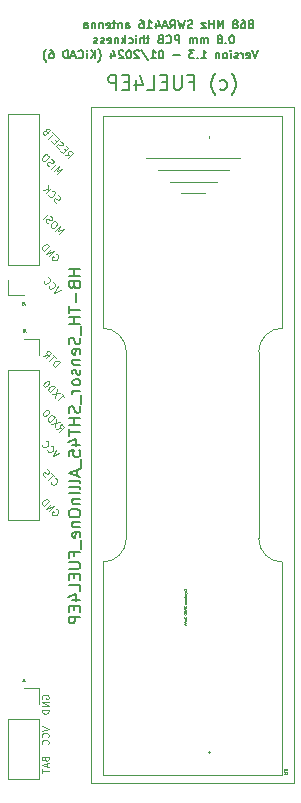
<source format=gbr>
%TF.GenerationSoftware,KiCad,Pcbnew,6.0.11-2627ca5db0~126~ubuntu22.04.1*%
%TF.CreationDate,2024-01-21T15:51:19+01:00*%
%TF.ProjectId,HB_TH_Sensor_SHT45_AllInOne_FUEL4EP,48425f54-485f-4536-956e-736f725f5348,1.3*%
%TF.SameCoordinates,Original*%
%TF.FileFunction,Legend,Bot*%
%TF.FilePolarity,Positive*%
%FSLAX46Y46*%
G04 Gerber Fmt 4.6, Leading zero omitted, Abs format (unit mm)*
G04 Created by KiCad (PCBNEW 6.0.11-2627ca5db0~126~ubuntu22.04.1) date 2024-01-21 15:51:19*
%MOMM*%
%LPD*%
G01*
G04 APERTURE LIST*
%ADD10C,0.100000*%
%ADD11C,0.150000*%
%ADD12C,0.175000*%
%ADD13C,0.200000*%
%ADD14C,0.050000*%
%ADD15C,0.120000*%
%ADD16R,2.500000X2.500000*%
%ADD17C,2.640000*%
%ADD18R,2.000000X2.000000*%
%ADD19C,2.000000*%
%ADD20R,1.700000X1.700000*%
%ADD21O,1.700000X1.700000*%
G04 APERTURE END LIST*
D10*
X4792771Y47020370D02*
X5217035Y47444634D01*
X4772568Y47283009D01*
X4934193Y47727477D01*
X4509928Y47303213D01*
X4651350Y48010319D02*
X4570538Y48091132D01*
X4509928Y48111335D01*
X4429116Y48111335D01*
X4328101Y48050725D01*
X4186680Y47909304D01*
X4126071Y47808289D01*
X4126071Y47727477D01*
X4146274Y47666867D01*
X4227086Y47586055D01*
X4287695Y47565852D01*
X4368507Y47565852D01*
X4469522Y47626461D01*
X4610944Y47767883D01*
X4671553Y47868898D01*
X4671553Y47949710D01*
X4651350Y48010319D01*
X3903837Y47949710D02*
X3823025Y47990116D01*
X3722009Y48091132D01*
X3701806Y48151741D01*
X3701806Y48192147D01*
X3722009Y48252756D01*
X3762416Y48293162D01*
X3823025Y48313365D01*
X3863431Y48313365D01*
X3924040Y48293162D01*
X4025055Y48232553D01*
X4085664Y48212350D01*
X4126071Y48212350D01*
X4186680Y48232553D01*
X4227086Y48272959D01*
X4247289Y48333568D01*
X4247289Y48373974D01*
X4227086Y48434583D01*
X4126071Y48535599D01*
X4045258Y48576005D01*
X3459370Y48353771D02*
X3883634Y48778035D01*
D11*
X19482666Y63883333D02*
X19416000Y63883333D01*
X19349333Y63850000D01*
X19316000Y63816666D01*
X19282666Y63750000D01*
X19249333Y63616666D01*
X19249333Y63450000D01*
X19282666Y63316666D01*
X19316000Y63250000D01*
X19349333Y63216666D01*
X19416000Y63183333D01*
X19482666Y63183333D01*
X19549333Y63216666D01*
X19582666Y63250000D01*
X19616000Y63316666D01*
X19649333Y63450000D01*
X19649333Y63616666D01*
X19616000Y63750000D01*
X19582666Y63816666D01*
X19549333Y63850000D01*
X19482666Y63883333D01*
X18949333Y63250000D02*
X18916000Y63216666D01*
X18949333Y63183333D01*
X18982666Y63216666D01*
X18949333Y63250000D01*
X18949333Y63183333D01*
X18516000Y63583333D02*
X18582666Y63616666D01*
X18616000Y63650000D01*
X18649333Y63716666D01*
X18649333Y63750000D01*
X18616000Y63816666D01*
X18582666Y63850000D01*
X18516000Y63883333D01*
X18382666Y63883333D01*
X18316000Y63850000D01*
X18282666Y63816666D01*
X18249333Y63750000D01*
X18249333Y63716666D01*
X18282666Y63650000D01*
X18316000Y63616666D01*
X18382666Y63583333D01*
X18516000Y63583333D01*
X18582666Y63550000D01*
X18616000Y63516666D01*
X18649333Y63450000D01*
X18649333Y63316666D01*
X18616000Y63250000D01*
X18582666Y63216666D01*
X18516000Y63183333D01*
X18382666Y63183333D01*
X18316000Y63216666D01*
X18282666Y63250000D01*
X18249333Y63316666D01*
X18249333Y63450000D01*
X18282666Y63516666D01*
X18316000Y63550000D01*
X18382666Y63583333D01*
X17416000Y63183333D02*
X17416000Y63650000D01*
X17416000Y63583333D02*
X17382666Y63616666D01*
X17316000Y63650000D01*
X17216000Y63650000D01*
X17149333Y63616666D01*
X17116000Y63550000D01*
X17116000Y63183333D01*
X17116000Y63550000D02*
X17082666Y63616666D01*
X17016000Y63650000D01*
X16916000Y63650000D01*
X16849333Y63616666D01*
X16816000Y63550000D01*
X16816000Y63183333D01*
X16482666Y63183333D02*
X16482666Y63650000D01*
X16482666Y63583333D02*
X16449333Y63616666D01*
X16382666Y63650000D01*
X16282666Y63650000D01*
X16216000Y63616666D01*
X16182666Y63550000D01*
X16182666Y63183333D01*
X16182666Y63550000D02*
X16149333Y63616666D01*
X16082666Y63650000D01*
X15982666Y63650000D01*
X15916000Y63616666D01*
X15882666Y63550000D01*
X15882666Y63183333D01*
X15016000Y63183333D02*
X15016000Y63883333D01*
X14749333Y63883333D01*
X14682666Y63850000D01*
X14649333Y63816666D01*
X14616000Y63750000D01*
X14616000Y63650000D01*
X14649333Y63583333D01*
X14682666Y63550000D01*
X14749333Y63516666D01*
X15016000Y63516666D01*
X13916000Y63250000D02*
X13949333Y63216666D01*
X14049333Y63183333D01*
X14116000Y63183333D01*
X14216000Y63216666D01*
X14282666Y63283333D01*
X14316000Y63350000D01*
X14349333Y63483333D01*
X14349333Y63583333D01*
X14316000Y63716666D01*
X14282666Y63783333D01*
X14216000Y63850000D01*
X14116000Y63883333D01*
X14049333Y63883333D01*
X13949333Y63850000D01*
X13916000Y63816666D01*
X13382666Y63550000D02*
X13282666Y63516666D01*
X13249333Y63483333D01*
X13216000Y63416666D01*
X13216000Y63316666D01*
X13249333Y63250000D01*
X13282666Y63216666D01*
X13349333Y63183333D01*
X13616000Y63183333D01*
X13616000Y63883333D01*
X13382666Y63883333D01*
X13316000Y63850000D01*
X13282666Y63816666D01*
X13249333Y63750000D01*
X13249333Y63683333D01*
X13282666Y63616666D01*
X13316000Y63583333D01*
X13382666Y63550000D01*
X13616000Y63550000D01*
X12482666Y63650000D02*
X12216000Y63650000D01*
X12382666Y63883333D02*
X12382666Y63283333D01*
X12349333Y63216666D01*
X12282666Y63183333D01*
X12216000Y63183333D01*
X11982666Y63183333D02*
X11982666Y63883333D01*
X11682666Y63183333D02*
X11682666Y63550000D01*
X11716000Y63616666D01*
X11782666Y63650000D01*
X11882666Y63650000D01*
X11949333Y63616666D01*
X11982666Y63583333D01*
X11349333Y63183333D02*
X11349333Y63650000D01*
X11349333Y63883333D02*
X11382666Y63850000D01*
X11349333Y63816666D01*
X11316000Y63850000D01*
X11349333Y63883333D01*
X11349333Y63816666D01*
X10716000Y63216666D02*
X10782666Y63183333D01*
X10916000Y63183333D01*
X10982666Y63216666D01*
X11016000Y63250000D01*
X11049333Y63316666D01*
X11049333Y63516666D01*
X11016000Y63583333D01*
X10982666Y63616666D01*
X10916000Y63650000D01*
X10782666Y63650000D01*
X10716000Y63616666D01*
X10416000Y63183333D02*
X10416000Y63883333D01*
X10349333Y63450000D02*
X10149333Y63183333D01*
X10149333Y63650000D02*
X10416000Y63383333D01*
X9849333Y63650000D02*
X9849333Y63183333D01*
X9849333Y63583333D02*
X9816000Y63616666D01*
X9749333Y63650000D01*
X9649333Y63650000D01*
X9582666Y63616666D01*
X9549333Y63550000D01*
X9549333Y63183333D01*
X8949333Y63216666D02*
X9016000Y63183333D01*
X9149333Y63183333D01*
X9216000Y63216666D01*
X9249333Y63283333D01*
X9249333Y63550000D01*
X9216000Y63616666D01*
X9149333Y63650000D01*
X9016000Y63650000D01*
X8949333Y63616666D01*
X8916000Y63550000D01*
X8916000Y63483333D01*
X9249333Y63416666D01*
X8649333Y63216666D02*
X8582666Y63183333D01*
X8449333Y63183333D01*
X8382666Y63216666D01*
X8349333Y63283333D01*
X8349333Y63316666D01*
X8382666Y63383333D01*
X8449333Y63416666D01*
X8549333Y63416666D01*
X8616000Y63450000D01*
X8649333Y63516666D01*
X8649333Y63550000D01*
X8616000Y63616666D01*
X8549333Y63650000D01*
X8449333Y63650000D01*
X8382666Y63616666D01*
X8082666Y63216666D02*
X8016000Y63183333D01*
X7882666Y63183333D01*
X7816000Y63216666D01*
X7782666Y63283333D01*
X7782666Y63316666D01*
X7816000Y63383333D01*
X7882666Y63416666D01*
X7982666Y63416666D01*
X8049333Y63450000D01*
X8082666Y63516666D01*
X8082666Y63550000D01*
X8049333Y63616666D01*
X7982666Y63650000D01*
X7882666Y63650000D01*
X7816000Y63616666D01*
D12*
X21663583Y62613333D02*
X21430250Y61913333D01*
X21196916Y62613333D01*
X20696916Y61946666D02*
X20763583Y61913333D01*
X20896916Y61913333D01*
X20963583Y61946666D01*
X20996916Y62013333D01*
X20996916Y62280000D01*
X20963583Y62346666D01*
X20896916Y62380000D01*
X20763583Y62380000D01*
X20696916Y62346666D01*
X20663583Y62280000D01*
X20663583Y62213333D01*
X20996916Y62146666D01*
X20363583Y61913333D02*
X20363583Y62380000D01*
X20363583Y62246666D02*
X20330250Y62313333D01*
X20296916Y62346666D01*
X20230250Y62380000D01*
X20163583Y62380000D01*
X19963583Y61946666D02*
X19896916Y61913333D01*
X19763583Y61913333D01*
X19696916Y61946666D01*
X19663583Y62013333D01*
X19663583Y62046666D01*
X19696916Y62113333D01*
X19763583Y62146666D01*
X19863583Y62146666D01*
X19930250Y62180000D01*
X19963583Y62246666D01*
X19963583Y62280000D01*
X19930250Y62346666D01*
X19863583Y62380000D01*
X19763583Y62380000D01*
X19696916Y62346666D01*
X19363583Y61913333D02*
X19363583Y62380000D01*
X19363583Y62613333D02*
X19396916Y62580000D01*
X19363583Y62546666D01*
X19330250Y62580000D01*
X19363583Y62613333D01*
X19363583Y62546666D01*
X18930250Y61913333D02*
X18996916Y61946666D01*
X19030250Y61980000D01*
X19063583Y62046666D01*
X19063583Y62246666D01*
X19030250Y62313333D01*
X18996916Y62346666D01*
X18930250Y62380000D01*
X18830250Y62380000D01*
X18763583Y62346666D01*
X18730250Y62313333D01*
X18696916Y62246666D01*
X18696916Y62046666D01*
X18730250Y61980000D01*
X18763583Y61946666D01*
X18830250Y61913333D01*
X18930250Y61913333D01*
X18396916Y62380000D02*
X18396916Y61913333D01*
X18396916Y62313333D02*
X18363583Y62346666D01*
X18296916Y62380000D01*
X18196916Y62380000D01*
X18130250Y62346666D01*
X18096916Y62280000D01*
X18096916Y61913333D01*
X16863583Y61913333D02*
X17263583Y61913333D01*
X17063583Y61913333D02*
X17063583Y62613333D01*
X17130250Y62513333D01*
X17196916Y62446666D01*
X17263583Y62413333D01*
X16563583Y61980000D02*
X16530249Y61946666D01*
X16563583Y61913333D01*
X16596916Y61946666D01*
X16563583Y61980000D01*
X16563583Y61913333D01*
X16296916Y62613333D02*
X15863583Y62613333D01*
X16096916Y62346666D01*
X15996916Y62346666D01*
X15930249Y62313333D01*
X15896916Y62280000D01*
X15863583Y62213333D01*
X15863583Y62046666D01*
X15896916Y61980000D01*
X15930249Y61946666D01*
X15996916Y61913333D01*
X16196916Y61913333D01*
X16263583Y61946666D01*
X16296916Y61980000D01*
X15030249Y62180000D02*
X14496916Y62180000D01*
X13496916Y62613333D02*
X13430249Y62613333D01*
X13363583Y62580000D01*
X13330249Y62546666D01*
X13296916Y62480000D01*
X13263583Y62346666D01*
X13263583Y62180000D01*
X13296916Y62046666D01*
X13330249Y61980000D01*
X13363583Y61946666D01*
X13430249Y61913333D01*
X13496916Y61913333D01*
X13563583Y61946666D01*
X13596916Y61980000D01*
X13630249Y62046666D01*
X13663583Y62180000D01*
X13663583Y62346666D01*
X13630249Y62480000D01*
X13596916Y62546666D01*
X13563583Y62580000D01*
X13496916Y62613333D01*
X12596916Y61913333D02*
X12996916Y61913333D01*
X12796916Y61913333D02*
X12796916Y62613333D01*
X12863583Y62513333D01*
X12930249Y62446666D01*
X12996916Y62413333D01*
X11796916Y62646666D02*
X12396916Y61746666D01*
X11596916Y62546666D02*
X11563583Y62580000D01*
X11496916Y62613333D01*
X11330250Y62613333D01*
X11263583Y62580000D01*
X11230250Y62546666D01*
X11196916Y62480000D01*
X11196916Y62413333D01*
X11230250Y62313333D01*
X11630250Y61913333D01*
X11196916Y61913333D01*
X10763583Y62613333D02*
X10696916Y62613333D01*
X10630250Y62580000D01*
X10596916Y62546666D01*
X10563583Y62480000D01*
X10530250Y62346666D01*
X10530250Y62180000D01*
X10563583Y62046666D01*
X10596916Y61980000D01*
X10630250Y61946666D01*
X10696916Y61913333D01*
X10763583Y61913333D01*
X10830250Y61946666D01*
X10863583Y61980000D01*
X10896916Y62046666D01*
X10930250Y62180000D01*
X10930250Y62346666D01*
X10896916Y62480000D01*
X10863583Y62546666D01*
X10830250Y62580000D01*
X10763583Y62613333D01*
X10263583Y62546666D02*
X10230249Y62580000D01*
X10163583Y62613333D01*
X9996916Y62613333D01*
X9930249Y62580000D01*
X9896916Y62546666D01*
X9863583Y62480000D01*
X9863583Y62413333D01*
X9896916Y62313333D01*
X10296916Y61913333D01*
X9863583Y61913333D01*
X9263583Y62380000D02*
X9263583Y61913333D01*
X9430249Y62646666D02*
X9596916Y62146666D01*
X9163583Y62146666D01*
X8163583Y61646666D02*
X8196916Y61680000D01*
X8263583Y61780000D01*
X8296916Y61846666D01*
X8330249Y61946666D01*
X8363583Y62113333D01*
X8363583Y62246666D01*
X8330249Y62413333D01*
X8296916Y62513333D01*
X8263583Y62580000D01*
X8196916Y62680000D01*
X8163583Y62713333D01*
X7896916Y61913333D02*
X7896916Y62613333D01*
X7496916Y61913333D02*
X7796916Y62313333D01*
X7496916Y62613333D02*
X7896916Y62213333D01*
X7196916Y61913333D02*
X7196916Y62380000D01*
X7196916Y62613333D02*
X7230249Y62580000D01*
X7196916Y62546666D01*
X7163583Y62580000D01*
X7196916Y62613333D01*
X7196916Y62546666D01*
X6463583Y61980000D02*
X6496916Y61946666D01*
X6596916Y61913333D01*
X6663583Y61913333D01*
X6763583Y61946666D01*
X6830249Y62013333D01*
X6863583Y62080000D01*
X6896916Y62213333D01*
X6896916Y62313333D01*
X6863583Y62446666D01*
X6830249Y62513333D01*
X6763583Y62580000D01*
X6663583Y62613333D01*
X6596916Y62613333D01*
X6496916Y62580000D01*
X6463583Y62546666D01*
X6196916Y62113333D02*
X5863583Y62113333D01*
X6263583Y61913333D02*
X6030249Y62613333D01*
X5796916Y61913333D01*
X5563583Y61913333D02*
X5563583Y62613333D01*
X5396916Y62613333D01*
X5296916Y62580000D01*
X5230249Y62513333D01*
X5196916Y62446666D01*
X5163583Y62313333D01*
X5163583Y62213333D01*
X5196916Y62080000D01*
X5230249Y62013333D01*
X5296916Y61946666D01*
X5396916Y61913333D01*
X5563583Y61913333D01*
X4030249Y62613333D02*
X4163583Y62613333D01*
X4230250Y62580000D01*
X4263583Y62546666D01*
X4330250Y62446666D01*
X4363583Y62313333D01*
X4363583Y62046666D01*
X4330250Y61980000D01*
X4296916Y61946666D01*
X4230250Y61913333D01*
X4096916Y61913333D01*
X4030249Y61946666D01*
X3996916Y61980000D01*
X3963583Y62046666D01*
X3963583Y62213333D01*
X3996916Y62280000D01*
X4030249Y62313333D01*
X4096916Y62346666D01*
X4230250Y62346666D01*
X4296916Y62313333D01*
X4330250Y62280000D01*
X4363583Y62213333D01*
X3730249Y61646666D02*
X3696916Y61680000D01*
X3630249Y61780000D01*
X3596916Y61846666D01*
X3563583Y61946666D01*
X3530249Y62113333D01*
X3530249Y62246666D01*
X3563583Y62413333D01*
X3596916Y62513333D01*
X3630249Y62580000D01*
X3696916Y62680000D01*
X3730249Y62713333D01*
D13*
X6632380Y44081904D02*
X5632380Y44081904D01*
X6108571Y44081904D02*
X6108571Y43510476D01*
X6632380Y43510476D02*
X5632380Y43510476D01*
X6108571Y42700952D02*
X6156190Y42558095D01*
X6203809Y42510476D01*
X6299047Y42462857D01*
X6441904Y42462857D01*
X6537142Y42510476D01*
X6584761Y42558095D01*
X6632380Y42653333D01*
X6632380Y43034285D01*
X5632380Y43034285D01*
X5632380Y42700952D01*
X5680000Y42605714D01*
X5727619Y42558095D01*
X5822857Y42510476D01*
X5918095Y42510476D01*
X6013333Y42558095D01*
X6060952Y42605714D01*
X6108571Y42700952D01*
X6108571Y43034285D01*
X6251428Y42034285D02*
X6251428Y41272380D01*
X5632380Y40939047D02*
X5632380Y40367619D01*
X6632380Y40653333D02*
X5632380Y40653333D01*
X6632380Y40034285D02*
X5632380Y40034285D01*
X6108571Y40034285D02*
X6108571Y39462857D01*
X6632380Y39462857D02*
X5632380Y39462857D01*
X6727619Y39224761D02*
X6727619Y38462857D01*
X6584761Y38272380D02*
X6632380Y38129523D01*
X6632380Y37891428D01*
X6584761Y37796190D01*
X6537142Y37748571D01*
X6441904Y37700952D01*
X6346666Y37700952D01*
X6251428Y37748571D01*
X6203809Y37796190D01*
X6156190Y37891428D01*
X6108571Y38081904D01*
X6060952Y38177142D01*
X6013333Y38224761D01*
X5918095Y38272380D01*
X5822857Y38272380D01*
X5727619Y38224761D01*
X5680000Y38177142D01*
X5632380Y38081904D01*
X5632380Y37843809D01*
X5680000Y37700952D01*
X6584761Y36891428D02*
X6632380Y36986666D01*
X6632380Y37177142D01*
X6584761Y37272380D01*
X6489523Y37320000D01*
X6108571Y37320000D01*
X6013333Y37272380D01*
X5965714Y37177142D01*
X5965714Y36986666D01*
X6013333Y36891428D01*
X6108571Y36843809D01*
X6203809Y36843809D01*
X6299047Y37320000D01*
X5965714Y36415238D02*
X6632380Y36415238D01*
X6060952Y36415238D02*
X6013333Y36367619D01*
X5965714Y36272380D01*
X5965714Y36129523D01*
X6013333Y36034285D01*
X6108571Y35986666D01*
X6632380Y35986666D01*
X6584761Y35558095D02*
X6632380Y35462857D01*
X6632380Y35272380D01*
X6584761Y35177142D01*
X6489523Y35129523D01*
X6441904Y35129523D01*
X6346666Y35177142D01*
X6299047Y35272380D01*
X6299047Y35415238D01*
X6251428Y35510476D01*
X6156190Y35558095D01*
X6108571Y35558095D01*
X6013333Y35510476D01*
X5965714Y35415238D01*
X5965714Y35272380D01*
X6013333Y35177142D01*
X6632380Y34558095D02*
X6584761Y34653333D01*
X6537142Y34700952D01*
X6441904Y34748571D01*
X6156190Y34748571D01*
X6060952Y34700952D01*
X6013333Y34653333D01*
X5965714Y34558095D01*
X5965714Y34415238D01*
X6013333Y34320000D01*
X6060952Y34272380D01*
X6156190Y34224761D01*
X6441904Y34224761D01*
X6537142Y34272380D01*
X6584761Y34320000D01*
X6632380Y34415238D01*
X6632380Y34558095D01*
X6632380Y33796190D02*
X5965714Y33796190D01*
X6156190Y33796190D02*
X6060952Y33748571D01*
X6013333Y33700952D01*
X5965714Y33605714D01*
X5965714Y33510476D01*
X6727619Y33415238D02*
X6727619Y32653333D01*
X6584761Y32462857D02*
X6632380Y32320000D01*
X6632380Y32081904D01*
X6584761Y31986666D01*
X6537142Y31939047D01*
X6441904Y31891428D01*
X6346666Y31891428D01*
X6251428Y31939047D01*
X6203809Y31986666D01*
X6156190Y32081904D01*
X6108571Y32272380D01*
X6060952Y32367619D01*
X6013333Y32415238D01*
X5918095Y32462857D01*
X5822857Y32462857D01*
X5727619Y32415238D01*
X5679999Y32367619D01*
X5632380Y32272380D01*
X5632380Y32034285D01*
X5679999Y31891428D01*
X6632380Y31462857D02*
X5632380Y31462857D01*
X6108571Y31462857D02*
X6108571Y30891428D01*
X6632380Y30891428D02*
X5632380Y30891428D01*
X5632380Y30558095D02*
X5632380Y29986666D01*
X6632380Y30272380D02*
X5632380Y30272380D01*
X5965714Y29224761D02*
X6632380Y29224761D01*
X5584761Y29462857D02*
X6299047Y29700952D01*
X6299047Y29081904D01*
X5632380Y28224761D02*
X5632380Y28700952D01*
X6108571Y28748571D01*
X6060952Y28700952D01*
X6013333Y28605714D01*
X6013333Y28367619D01*
X6060952Y28272380D01*
X6108571Y28224761D01*
X6203809Y28177142D01*
X6441904Y28177142D01*
X6537142Y28224761D01*
X6584761Y28272380D01*
X6632380Y28367619D01*
X6632380Y28605714D01*
X6584761Y28700952D01*
X6537142Y28748571D01*
X6727619Y27986666D02*
X6727619Y27224761D01*
X6346666Y27034285D02*
X6346666Y26558095D01*
X6632380Y27129523D02*
X5632380Y26796190D01*
X6632380Y26462857D01*
X6632380Y25986666D02*
X6584761Y26081904D01*
X6489523Y26129523D01*
X5632380Y26129523D01*
X6632380Y25462857D02*
X6584761Y25558095D01*
X6489523Y25605714D01*
X5632380Y25605714D01*
X6632380Y25081904D02*
X5632380Y25081904D01*
X5965714Y24605714D02*
X6632380Y24605714D01*
X6060952Y24605714D02*
X6013333Y24558095D01*
X5965714Y24462857D01*
X5965714Y24320000D01*
X6013333Y24224761D01*
X6108571Y24177142D01*
X6632380Y24177142D01*
X5632380Y23510476D02*
X5632380Y23320000D01*
X5679999Y23224761D01*
X5775238Y23129523D01*
X5965714Y23081904D01*
X6299047Y23081904D01*
X6489523Y23129523D01*
X6584761Y23224761D01*
X6632380Y23320000D01*
X6632380Y23510476D01*
X6584761Y23605714D01*
X6489523Y23700952D01*
X6299047Y23748571D01*
X5965714Y23748571D01*
X5775238Y23700952D01*
X5679999Y23605714D01*
X5632380Y23510476D01*
X5965714Y22653333D02*
X6632380Y22653333D01*
X6060952Y22653333D02*
X6013333Y22605714D01*
X5965714Y22510476D01*
X5965714Y22367619D01*
X6013333Y22272380D01*
X6108571Y22224761D01*
X6632380Y22224761D01*
X6584761Y21367619D02*
X6632380Y21462857D01*
X6632380Y21653333D01*
X6584761Y21748571D01*
X6489523Y21796190D01*
X6108571Y21796190D01*
X6013333Y21748571D01*
X5965714Y21653333D01*
X5965714Y21462857D01*
X6013333Y21367619D01*
X6108571Y21320000D01*
X6203809Y21320000D01*
X6299047Y21796190D01*
X6727619Y21129523D02*
X6727619Y20367619D01*
X6108571Y19796190D02*
X6108571Y20129523D01*
X6632380Y20129523D02*
X5632380Y20129523D01*
X5632380Y19653333D01*
X5632380Y19272380D02*
X6441904Y19272380D01*
X6537142Y19224761D01*
X6584761Y19177142D01*
X6632380Y19081904D01*
X6632380Y18891428D01*
X6584761Y18796190D01*
X6537142Y18748571D01*
X6441904Y18700952D01*
X5632380Y18700952D01*
X6108571Y18224761D02*
X6108571Y17891428D01*
X6632380Y17748571D02*
X6632380Y18224761D01*
X5632380Y18224761D01*
X5632380Y17748571D01*
X6632380Y16843809D02*
X6632380Y17320000D01*
X5632380Y17320000D01*
X5965714Y16081904D02*
X6632380Y16081904D01*
X5584761Y16320000D02*
X6299047Y16558095D01*
X6299047Y15939047D01*
X6108571Y15558095D02*
X6108571Y15224761D01*
X6632380Y15081904D02*
X6632380Y15558095D01*
X5632380Y15558095D01*
X5632380Y15081904D01*
X6632380Y14653333D02*
X5632380Y14653333D01*
X5632380Y14272380D01*
X5679999Y14177142D01*
X5727619Y14129523D01*
X5822857Y14081904D01*
X5965714Y14081904D01*
X6060952Y14129523D01*
X6108571Y14177142D01*
X6156190Y14272380D01*
X6156190Y14653333D01*
D10*
X4599380Y45354883D02*
X4659990Y45334680D01*
X4720599Y45274071D01*
X4761005Y45193258D01*
X4761005Y45112446D01*
X4740802Y45051837D01*
X4680193Y44950822D01*
X4619583Y44890213D01*
X4518568Y44829603D01*
X4457959Y44809400D01*
X4377147Y44809400D01*
X4296335Y44849806D01*
X4255928Y44890213D01*
X4215522Y44971025D01*
X4215522Y45011431D01*
X4356944Y45152852D01*
X4437756Y45072040D01*
X3993289Y45152852D02*
X4417553Y45577116D01*
X3750852Y45395289D01*
X4175116Y45819553D01*
X3548822Y45597319D02*
X3973086Y46021583D01*
X3872071Y46122599D01*
X3791258Y46163005D01*
X3710446Y46163005D01*
X3649837Y46142802D01*
X3548822Y46082193D01*
X3488213Y46021583D01*
X3427603Y45920568D01*
X3407400Y45859959D01*
X3407400Y45779147D01*
X3447806Y45698335D01*
X3548822Y45597319D01*
X3354428Y5372000D02*
X3954428Y5172000D01*
X3354428Y4972000D01*
X3897285Y4429142D02*
X3925857Y4457714D01*
X3954428Y4543428D01*
X3954428Y4600571D01*
X3925857Y4686285D01*
X3868714Y4743428D01*
X3811571Y4772000D01*
X3697285Y4800571D01*
X3611571Y4800571D01*
X3497285Y4772000D01*
X3440142Y4743428D01*
X3383000Y4686285D01*
X3354428Y4600571D01*
X3354428Y4543428D01*
X3383000Y4457714D01*
X3411571Y4429142D01*
X3897285Y3829142D02*
X3925857Y3857714D01*
X3954428Y3943428D01*
X3954428Y4000571D01*
X3925857Y4086285D01*
X3868714Y4143428D01*
X3811571Y4172000D01*
X3697285Y4200571D01*
X3611571Y4200571D01*
X3497285Y4172000D01*
X3440142Y4143428D01*
X3383000Y4086285D01*
X3354428Y4000571D01*
X3354428Y3943428D01*
X3383000Y3857714D01*
X3411571Y3829142D01*
X5287746Y33276923D02*
X5045309Y33519360D01*
X4742264Y32973877D02*
X5166528Y33398142D01*
X4944294Y33620375D02*
X4237187Y33478954D01*
X4661451Y33903218D02*
X4520030Y33196111D01*
X4075563Y33640578D02*
X4499827Y34064842D01*
X4398812Y34165857D01*
X4318000Y34206264D01*
X4237187Y34206264D01*
X4176578Y34186061D01*
X4075563Y34125451D01*
X4014954Y34064842D01*
X3954345Y33963827D01*
X3934142Y33903218D01*
X3934142Y33822406D01*
X3974548Y33741593D01*
X4075563Y33640578D01*
X3994751Y34569918D02*
X3954345Y34610325D01*
X3893735Y34630528D01*
X3853329Y34630528D01*
X3792720Y34610325D01*
X3691705Y34549715D01*
X3590690Y34448700D01*
X3530081Y34347685D01*
X3509877Y34287076D01*
X3509877Y34246670D01*
X3530081Y34186061D01*
X3570487Y34145654D01*
X3631096Y34125451D01*
X3671502Y34125451D01*
X3732111Y34145654D01*
X3833126Y34206264D01*
X3934142Y34307279D01*
X3994751Y34408294D01*
X4014954Y34468903D01*
X4014954Y34509309D01*
X3994751Y34569918D01*
X4599380Y23764883D02*
X4659990Y23744680D01*
X4720599Y23684071D01*
X4761005Y23603258D01*
X4761005Y23522446D01*
X4740802Y23461837D01*
X4680193Y23360822D01*
X4619583Y23300213D01*
X4518568Y23239603D01*
X4457959Y23219400D01*
X4377147Y23219400D01*
X4296335Y23259806D01*
X4255928Y23300213D01*
X4215522Y23381025D01*
X4215522Y23421431D01*
X4356944Y23562852D01*
X4437756Y23482040D01*
X3993289Y23562852D02*
X4417553Y23987116D01*
X3750852Y23805289D01*
X4175116Y24229553D01*
X3548822Y24007319D02*
X3973086Y24431583D01*
X3872071Y24532599D01*
X3791258Y24573005D01*
X3710446Y24573005D01*
X3649837Y24552802D01*
X3548822Y24492193D01*
X3488213Y24431583D01*
X3427603Y24330568D01*
X3407400Y24269959D01*
X3407400Y24189147D01*
X3447806Y24108335D01*
X3548822Y24007319D01*
X4564756Y49701791D02*
X4483944Y49742197D01*
X4382928Y49843213D01*
X4362725Y49903822D01*
X4362725Y49944228D01*
X4382928Y50004837D01*
X4423335Y50045243D01*
X4483944Y50065446D01*
X4524350Y50065446D01*
X4584959Y50045243D01*
X4685974Y49984634D01*
X4746583Y49964431D01*
X4786990Y49964431D01*
X4847599Y49984634D01*
X4888005Y50025040D01*
X4908208Y50085649D01*
X4908208Y50126055D01*
X4888005Y50186664D01*
X4786990Y50287680D01*
X4706177Y50328086D01*
X3918258Y50388695D02*
X3918258Y50348289D01*
X3958664Y50267477D01*
X3999071Y50227071D01*
X4079883Y50186664D01*
X4160695Y50186664D01*
X4221304Y50206867D01*
X4322319Y50267477D01*
X4382928Y50328086D01*
X4443538Y50429101D01*
X4463741Y50489710D01*
X4463741Y50570522D01*
X4423335Y50651335D01*
X4382928Y50691741D01*
X4302116Y50732147D01*
X4261710Y50732147D01*
X3696025Y50530116D02*
X4120289Y50954380D01*
X3453588Y50772553D02*
X3877852Y50833162D01*
X3877852Y51196817D02*
X3877852Y50711944D01*
X4144812Y26032142D02*
X4144812Y25991735D01*
X4185218Y25910923D01*
X4225624Y25870517D01*
X4306436Y25830111D01*
X4387248Y25830111D01*
X4447857Y25850314D01*
X4548873Y25910923D01*
X4609482Y25971532D01*
X4670091Y26072548D01*
X4690294Y26133157D01*
X4690294Y26213969D01*
X4649888Y26294781D01*
X4609482Y26335187D01*
X4528670Y26375593D01*
X4488264Y26375593D01*
X4407451Y26537218D02*
X4165015Y26779654D01*
X3861969Y26234172D02*
X4286233Y26658436D01*
X3639735Y26496812D02*
X3558923Y26537218D01*
X3457908Y26638233D01*
X3437705Y26698842D01*
X3437705Y26739248D01*
X3457908Y26799857D01*
X3498314Y26840264D01*
X3558923Y26860467D01*
X3599329Y26860467D01*
X3659938Y26840264D01*
X3760954Y26779654D01*
X3821563Y26759451D01*
X3861969Y26759451D01*
X3922578Y26779654D01*
X3962984Y26820061D01*
X3983187Y26880670D01*
X3983187Y26921076D01*
X3962984Y26981685D01*
X3861969Y27082700D01*
X3781157Y27123106D01*
X3640142Y2601857D02*
X3668714Y2516142D01*
X3697285Y2487571D01*
X3754428Y2459000D01*
X3840142Y2459000D01*
X3897285Y2487571D01*
X3925857Y2516142D01*
X3954428Y2573285D01*
X3954428Y2801857D01*
X3354428Y2801857D01*
X3354428Y2601857D01*
X3383000Y2544714D01*
X3411571Y2516142D01*
X3468714Y2487571D01*
X3525857Y2487571D01*
X3583000Y2516142D01*
X3611571Y2544714D01*
X3640142Y2601857D01*
X3640142Y2801857D01*
X3783000Y2230428D02*
X3783000Y1944714D01*
X3954428Y2287571D02*
X3354428Y2087571D01*
X3954428Y1887571D01*
X3354428Y1773285D02*
X3354428Y1430428D01*
X3954428Y1601857D02*
X3354428Y1601857D01*
X4483944Y35772197D02*
X4908208Y36196461D01*
X4807193Y36297477D01*
X4726380Y36337883D01*
X4645568Y36337883D01*
X4584959Y36317680D01*
X4483944Y36257071D01*
X4423335Y36196461D01*
X4362725Y36095446D01*
X4342522Y36034837D01*
X4342522Y35954025D01*
X4382928Y35873213D01*
X4483944Y35772197D01*
X4544553Y36560116D02*
X4302116Y36802553D01*
X3999071Y36257071D02*
X4423335Y36681335D01*
X3493994Y36762147D02*
X3837446Y36822756D01*
X3736431Y36519710D02*
X4160695Y36943974D01*
X3999071Y37105599D01*
X3938461Y37125802D01*
X3898055Y37125802D01*
X3837446Y37105599D01*
X3776837Y37044990D01*
X3756634Y36984380D01*
X3756634Y36943974D01*
X3776837Y36883365D01*
X3938461Y36721741D01*
X3383000Y7696142D02*
X3354428Y7753285D01*
X3354428Y7839000D01*
X3383000Y7924714D01*
X3440142Y7981857D01*
X3497285Y8010428D01*
X3611571Y8039000D01*
X3697285Y8039000D01*
X3811571Y8010428D01*
X3868714Y7981857D01*
X3925857Y7924714D01*
X3954428Y7839000D01*
X3954428Y7781857D01*
X3925857Y7696142D01*
X3897285Y7667571D01*
X3697285Y7667571D01*
X3697285Y7781857D01*
X3954428Y7410428D02*
X3354428Y7410428D01*
X3954428Y7067571D01*
X3354428Y7067571D01*
X3954428Y6781857D02*
X3354428Y6781857D01*
X3354428Y6639000D01*
X3383000Y6553285D01*
X3440142Y6496142D01*
X3497285Y6467571D01*
X3611571Y6439000D01*
X3697285Y6439000D01*
X3811571Y6467571D01*
X3868714Y6496142D01*
X3925857Y6553285D01*
X3954428Y6639000D01*
X3954428Y6781857D01*
X4989020Y42338649D02*
X4423335Y42055806D01*
X4706177Y42621492D01*
X3938461Y42621492D02*
X3938461Y42581086D01*
X3978867Y42500274D01*
X4019274Y42459867D01*
X4100086Y42419461D01*
X4180898Y42419461D01*
X4241507Y42439664D01*
X4342522Y42500274D01*
X4403132Y42560883D01*
X4463741Y42661898D01*
X4483944Y42722507D01*
X4483944Y42803319D01*
X4443538Y42884132D01*
X4403132Y42924538D01*
X4322319Y42964944D01*
X4281913Y42964944D01*
X3514197Y43045756D02*
X3514197Y43005350D01*
X3554603Y42924538D01*
X3595009Y42884132D01*
X3675822Y42843725D01*
X3756634Y42843725D01*
X3817243Y42863928D01*
X3918258Y42924538D01*
X3978867Y42985147D01*
X4039477Y43086162D01*
X4059680Y43146771D01*
X4059680Y43227583D01*
X4019274Y43308396D01*
X3978867Y43348802D01*
X3898055Y43389208D01*
X3857649Y43389208D01*
X4665771Y52100370D02*
X5090035Y52524634D01*
X4645568Y52363009D01*
X4807193Y52807477D01*
X4382928Y52383213D01*
X4180898Y52585243D02*
X4605162Y53009507D01*
X4019274Y52787274D02*
X3938461Y52827680D01*
X3837446Y52928695D01*
X3817243Y52989304D01*
X3817243Y53029710D01*
X3837446Y53090319D01*
X3877852Y53130725D01*
X3938461Y53150928D01*
X3978867Y53150928D01*
X4039477Y53130725D01*
X4140492Y53070116D01*
X4201101Y53049913D01*
X4241507Y53049913D01*
X4302116Y53070116D01*
X4342522Y53110522D01*
X4362725Y53171132D01*
X4362725Y53211538D01*
X4342522Y53272147D01*
X4241507Y53373162D01*
X4160695Y53413568D01*
X3918258Y53696411D02*
X3837446Y53777223D01*
X3776837Y53797426D01*
X3696025Y53797426D01*
X3595009Y53736817D01*
X3453588Y53595396D01*
X3392979Y53494380D01*
X3392979Y53413568D01*
X3413182Y53352959D01*
X3493994Y53272147D01*
X3554603Y53251944D01*
X3635416Y53251944D01*
X3736431Y53312553D01*
X3877852Y53453974D01*
X3938461Y53554990D01*
X3938461Y53635802D01*
X3918258Y53696411D01*
X4862020Y28495649D02*
X4296335Y28212806D01*
X4579177Y28778492D01*
X3811461Y28778492D02*
X3811461Y28738086D01*
X3851867Y28657274D01*
X3892274Y28616867D01*
X3973086Y28576461D01*
X4053898Y28576461D01*
X4114507Y28596664D01*
X4215522Y28657274D01*
X4276132Y28717883D01*
X4336741Y28818898D01*
X4356944Y28879507D01*
X4356944Y28960319D01*
X4316538Y29041132D01*
X4276132Y29081538D01*
X4195319Y29121944D01*
X4154913Y29121944D01*
X3387197Y29202756D02*
X3387197Y29162350D01*
X3427603Y29081538D01*
X3468009Y29041132D01*
X3548822Y29000725D01*
X3629634Y29000725D01*
X3690243Y29020928D01*
X3791258Y29081538D01*
X3851867Y29142147D01*
X3912477Y29243162D01*
X3932680Y29303771D01*
X3932680Y29384583D01*
X3892274Y29465396D01*
X3851867Y29505802D01*
X3771055Y29546208D01*
X3730649Y29546208D01*
D11*
X21147000Y64853333D02*
X21213666Y64886666D01*
X21247000Y64920000D01*
X21280333Y64986666D01*
X21280333Y65020000D01*
X21247000Y65086666D01*
X21213666Y65120000D01*
X21147000Y65153333D01*
X21013666Y65153333D01*
X20947000Y65120000D01*
X20913666Y65086666D01*
X20880333Y65020000D01*
X20880333Y64986666D01*
X20913666Y64920000D01*
X20947000Y64886666D01*
X21013666Y64853333D01*
X21147000Y64853333D01*
X21213666Y64820000D01*
X21247000Y64786666D01*
X21280333Y64720000D01*
X21280333Y64586666D01*
X21247000Y64520000D01*
X21213666Y64486666D01*
X21147000Y64453333D01*
X21013666Y64453333D01*
X20947000Y64486666D01*
X20913666Y64520000D01*
X20880333Y64586666D01*
X20880333Y64720000D01*
X20913666Y64786666D01*
X20947000Y64820000D01*
X21013666Y64853333D01*
X20280333Y65153333D02*
X20413666Y65153333D01*
X20480333Y65120000D01*
X20513666Y65086666D01*
X20580333Y64986666D01*
X20613666Y64853333D01*
X20613666Y64586666D01*
X20580333Y64520000D01*
X20547000Y64486666D01*
X20480333Y64453333D01*
X20347000Y64453333D01*
X20280333Y64486666D01*
X20247000Y64520000D01*
X20213666Y64586666D01*
X20213666Y64753333D01*
X20247000Y64820000D01*
X20280333Y64853333D01*
X20347000Y64886666D01*
X20480333Y64886666D01*
X20547000Y64853333D01*
X20580333Y64820000D01*
X20613666Y64753333D01*
X19813666Y64853333D02*
X19880333Y64886666D01*
X19913666Y64920000D01*
X19947000Y64986666D01*
X19947000Y65020000D01*
X19913666Y65086666D01*
X19880333Y65120000D01*
X19813666Y65153333D01*
X19680333Y65153333D01*
X19613666Y65120000D01*
X19580333Y65086666D01*
X19547000Y65020000D01*
X19547000Y64986666D01*
X19580333Y64920000D01*
X19613666Y64886666D01*
X19680333Y64853333D01*
X19813666Y64853333D01*
X19880333Y64820000D01*
X19913666Y64786666D01*
X19947000Y64720000D01*
X19947000Y64586666D01*
X19913666Y64520000D01*
X19880333Y64486666D01*
X19813666Y64453333D01*
X19680333Y64453333D01*
X19613666Y64486666D01*
X19580333Y64520000D01*
X19547000Y64586666D01*
X19547000Y64720000D01*
X19580333Y64786666D01*
X19613666Y64820000D01*
X19680333Y64853333D01*
X18713666Y64453333D02*
X18713666Y65153333D01*
X18480333Y64653333D01*
X18247000Y65153333D01*
X18247000Y64453333D01*
X17913666Y64453333D02*
X17913666Y65153333D01*
X17913666Y64820000D02*
X17513666Y64820000D01*
X17513666Y64453333D02*
X17513666Y65153333D01*
X17247000Y64920000D02*
X16880333Y64920000D01*
X17247000Y64453333D01*
X16880333Y64453333D01*
X16113666Y64486666D02*
X16013666Y64453333D01*
X15847000Y64453333D01*
X15780333Y64486666D01*
X15747000Y64520000D01*
X15713666Y64586666D01*
X15713666Y64653333D01*
X15747000Y64720000D01*
X15780333Y64753333D01*
X15847000Y64786666D01*
X15980333Y64820000D01*
X16047000Y64853333D01*
X16080333Y64886666D01*
X16113666Y64953333D01*
X16113666Y65020000D01*
X16080333Y65086666D01*
X16047000Y65120000D01*
X15980333Y65153333D01*
X15813666Y65153333D01*
X15713666Y65120000D01*
X15480333Y65153333D02*
X15313666Y64453333D01*
X15180333Y64953333D01*
X15047000Y64453333D01*
X14880333Y65153333D01*
X14213666Y64453333D02*
X14447000Y64786666D01*
X14613666Y64453333D02*
X14613666Y65153333D01*
X14347000Y65153333D01*
X14280333Y65120000D01*
X14247000Y65086666D01*
X14213666Y65020000D01*
X14213666Y64920000D01*
X14247000Y64853333D01*
X14280333Y64820000D01*
X14347000Y64786666D01*
X14613666Y64786666D01*
X13947000Y64653333D02*
X13613666Y64653333D01*
X14013666Y64453333D02*
X13780333Y65153333D01*
X13547000Y64453333D01*
X13013666Y64920000D02*
X13013666Y64453333D01*
X13180333Y65186666D02*
X13347000Y64686666D01*
X12913666Y64686666D01*
X12280333Y64453333D02*
X12680333Y64453333D01*
X12480333Y64453333D02*
X12480333Y65153333D01*
X12547000Y65053333D01*
X12613666Y64986666D01*
X12680333Y64953333D01*
X11680333Y65153333D02*
X11813666Y65153333D01*
X11880333Y65120000D01*
X11913666Y65086666D01*
X11980333Y64986666D01*
X12013666Y64853333D01*
X12013666Y64586666D01*
X11980333Y64520000D01*
X11947000Y64486666D01*
X11880333Y64453333D01*
X11747000Y64453333D01*
X11680333Y64486666D01*
X11647000Y64520000D01*
X11613666Y64586666D01*
X11613666Y64753333D01*
X11647000Y64820000D01*
X11680333Y64853333D01*
X11747000Y64886666D01*
X11880333Y64886666D01*
X11947000Y64853333D01*
X11980333Y64820000D01*
X12013666Y64753333D01*
X10480333Y64453333D02*
X10480333Y64820000D01*
X10513666Y64886666D01*
X10580333Y64920000D01*
X10713666Y64920000D01*
X10780333Y64886666D01*
X10480333Y64486666D02*
X10547000Y64453333D01*
X10713666Y64453333D01*
X10780333Y64486666D01*
X10813666Y64553333D01*
X10813666Y64620000D01*
X10780333Y64686666D01*
X10713666Y64720000D01*
X10547000Y64720000D01*
X10480333Y64753333D01*
X10147000Y64920000D02*
X10147000Y64453333D01*
X10147000Y64853333D02*
X10113666Y64886666D01*
X10047000Y64920000D01*
X9947000Y64920000D01*
X9880333Y64886666D01*
X9847000Y64820000D01*
X9847000Y64453333D01*
X9613666Y64920000D02*
X9347000Y64920000D01*
X9513666Y65153333D02*
X9513666Y64553333D01*
X9480333Y64486666D01*
X9413666Y64453333D01*
X9347000Y64453333D01*
X8847000Y64486666D02*
X8913666Y64453333D01*
X9047000Y64453333D01*
X9113666Y64486666D01*
X9147000Y64553333D01*
X9147000Y64820000D01*
X9113666Y64886666D01*
X9047000Y64920000D01*
X8913666Y64920000D01*
X8847000Y64886666D01*
X8813666Y64820000D01*
X8813666Y64753333D01*
X9147000Y64686666D01*
X8513666Y64920000D02*
X8513666Y64453333D01*
X8513666Y64853333D02*
X8480333Y64886666D01*
X8413666Y64920000D01*
X8313666Y64920000D01*
X8247000Y64886666D01*
X8213666Y64820000D01*
X8213666Y64453333D01*
X7880333Y64920000D02*
X7880333Y64453333D01*
X7880333Y64853333D02*
X7847000Y64886666D01*
X7780333Y64920000D01*
X7680333Y64920000D01*
X7613666Y64886666D01*
X7580333Y64820000D01*
X7580333Y64453333D01*
X6947000Y64453333D02*
X6947000Y64820000D01*
X6980333Y64886666D01*
X7047000Y64920000D01*
X7180333Y64920000D01*
X7247000Y64886666D01*
X6947000Y64486666D02*
X7013666Y64453333D01*
X7180333Y64453333D01*
X7247000Y64486666D01*
X7280333Y64553333D01*
X7280333Y64620000D01*
X7247000Y64686666D01*
X7180333Y64720000D01*
X7013666Y64720000D01*
X6947000Y64753333D01*
D10*
X4610944Y30565197D02*
X4954396Y30625806D01*
X4853380Y30322761D02*
X5277644Y30747025D01*
X5116020Y30908649D01*
X5055411Y30928852D01*
X5015005Y30928852D01*
X4954396Y30908649D01*
X4893786Y30848040D01*
X4873583Y30787431D01*
X4873583Y30747025D01*
X4893786Y30686416D01*
X5055411Y30524791D01*
X4893786Y31130883D02*
X4186680Y30989461D01*
X4610944Y31413725D02*
X4469522Y30706619D01*
X4025055Y31151086D02*
X4449319Y31575350D01*
X4348304Y31676365D01*
X4267492Y31716771D01*
X4186680Y31716771D01*
X4126071Y31696568D01*
X4025055Y31635959D01*
X3964446Y31575350D01*
X3903837Y31474335D01*
X3883634Y31413725D01*
X3883634Y31332913D01*
X3924040Y31252101D01*
X4025055Y31151086D01*
X3944243Y32080426D02*
X3903837Y32120832D01*
X3843228Y32141035D01*
X3802822Y32141035D01*
X3742213Y32120832D01*
X3641197Y32060223D01*
X3540182Y31959208D01*
X3479573Y31858193D01*
X3459370Y31797583D01*
X3459370Y31757177D01*
X3479573Y31696568D01*
X3519979Y31656162D01*
X3580588Y31635959D01*
X3620994Y31635959D01*
X3681603Y31656162D01*
X3782619Y31716771D01*
X3883634Y31817786D01*
X3944243Y31918802D01*
X3964446Y31979411D01*
X3964446Y32019817D01*
X3944243Y32080426D01*
X5335396Y53716745D02*
X5678847Y53777355D01*
X5577832Y53474309D02*
X6002096Y53898573D01*
X5840472Y54060197D01*
X5779863Y54080400D01*
X5739457Y54080400D01*
X5678847Y54060197D01*
X5618238Y53999588D01*
X5598035Y53938979D01*
X5598035Y53898573D01*
X5618238Y53837964D01*
X5779863Y53676339D01*
X5375802Y54120806D02*
X5234380Y54262228D01*
X4951538Y54100603D02*
X5153568Y53898573D01*
X5577832Y54322837D01*
X5375802Y54524867D01*
X4810116Y54282431D02*
X4729304Y54322837D01*
X4628289Y54423852D01*
X4608086Y54484461D01*
X4608086Y54524867D01*
X4628289Y54585477D01*
X4668695Y54625883D01*
X4729304Y54646086D01*
X4769710Y54646086D01*
X4830319Y54625883D01*
X4931335Y54565274D01*
X4991944Y54545071D01*
X5032350Y54545071D01*
X5092959Y54565274D01*
X5133365Y54605680D01*
X5153568Y54666289D01*
X5153568Y54706695D01*
X5133365Y54767304D01*
X5032350Y54868319D01*
X4951538Y54908725D01*
X4587883Y54908725D02*
X4446461Y55050147D01*
X4163619Y54888522D02*
X4365649Y54686492D01*
X4789913Y55110756D01*
X4587883Y55312786D01*
X4466664Y55434005D02*
X4224228Y55676441D01*
X3921182Y55130959D02*
X4345446Y55555223D01*
X3739355Y55757254D02*
X3658542Y55797660D01*
X3618136Y55797660D01*
X3557527Y55777457D01*
X3496918Y55716847D01*
X3476715Y55656238D01*
X3476715Y55615832D01*
X3496918Y55555223D01*
X3658542Y55393599D01*
X4082806Y55817863D01*
X3941385Y55959284D01*
X3880776Y55979487D01*
X3840370Y55979487D01*
X3779761Y55959284D01*
X3739355Y55918878D01*
X3719152Y55858269D01*
X3719152Y55817863D01*
X3739355Y55757254D01*
X3880776Y55615832D01*
D13*
X19434428Y58817000D02*
X19491571Y58874142D01*
X19605857Y59045571D01*
X19663000Y59159857D01*
X19720142Y59331285D01*
X19777285Y59617000D01*
X19777285Y59845571D01*
X19720142Y60131285D01*
X19663000Y60302714D01*
X19605857Y60417000D01*
X19491571Y60588428D01*
X19434428Y60645571D01*
X18463000Y59331285D02*
X18577285Y59274142D01*
X18805857Y59274142D01*
X18920142Y59331285D01*
X18977285Y59388428D01*
X19034428Y59502714D01*
X19034428Y59845571D01*
X18977285Y59959857D01*
X18920142Y60017000D01*
X18805857Y60074142D01*
X18577285Y60074142D01*
X18463000Y60017000D01*
X18063000Y58817000D02*
X18005857Y58874142D01*
X17891571Y59045571D01*
X17834428Y59159857D01*
X17777285Y59331285D01*
X17720142Y59617000D01*
X17720142Y59845571D01*
X17777285Y60131285D01*
X17834428Y60302714D01*
X17891571Y60417000D01*
X18005857Y60588428D01*
X18063000Y60645571D01*
X15834428Y59902714D02*
X16234428Y59902714D01*
X16234428Y59274142D02*
X16234428Y60474142D01*
X15663000Y60474142D01*
X15205857Y60474142D02*
X15205857Y59502714D01*
X15148714Y59388428D01*
X15091571Y59331285D01*
X14977285Y59274142D01*
X14748714Y59274142D01*
X14634428Y59331285D01*
X14577285Y59388428D01*
X14520142Y59502714D01*
X14520142Y60474142D01*
X13948714Y59902714D02*
X13548714Y59902714D01*
X13377285Y59274142D02*
X13948714Y59274142D01*
X13948714Y60474142D01*
X13377285Y60474142D01*
X12291571Y59274142D02*
X12863000Y59274142D01*
X12863000Y60474142D01*
X11377285Y60074142D02*
X11377285Y59274142D01*
X11663000Y60531285D02*
X11948714Y59674142D01*
X11205857Y59674142D01*
X10748714Y59902714D02*
X10348714Y59902714D01*
X10177285Y59274142D02*
X10748714Y59274142D01*
X10748714Y60474142D01*
X10177285Y60474142D01*
X9663000Y59274142D02*
X9663000Y60474142D01*
X9205857Y60474142D01*
X9091571Y60417000D01*
X9034428Y60359857D01*
X8977285Y60245571D01*
X8977285Y60074142D01*
X9034428Y59959857D01*
X9091571Y59902714D01*
X9205857Y59845571D01*
X9663000Y59845571D01*
D14*
%TO.C,BT1*%
X23988714Y1681142D02*
X23998238Y1652571D01*
X24007761Y1643047D01*
X24026809Y1633523D01*
X24055380Y1633523D01*
X24074428Y1643047D01*
X24083952Y1652571D01*
X24093476Y1671619D01*
X24093476Y1747809D01*
X23893476Y1747809D01*
X23893476Y1681142D01*
X23903000Y1662095D01*
X23912523Y1652571D01*
X23931571Y1643047D01*
X23950619Y1643047D01*
X23969666Y1652571D01*
X23979190Y1662095D01*
X23988714Y1681142D01*
X23988714Y1747809D01*
X23893476Y1576380D02*
X23893476Y1462095D01*
X24093476Y1519238D02*
X23893476Y1519238D01*
X24093476Y1290666D02*
X24093476Y1404952D01*
X24093476Y1347809D02*
X23893476Y1347809D01*
X23922047Y1366857D01*
X23941095Y1385904D01*
X23950619Y1404952D01*
X17540285Y55321190D02*
X17540285Y55168809D01*
X15584476Y16994000D02*
X15384476Y16994000D01*
X15584476Y16879714D02*
X15470190Y16965428D01*
X15384476Y16879714D02*
X15498761Y16994000D01*
X15574952Y16717809D02*
X15584476Y16736857D01*
X15584476Y16774952D01*
X15574952Y16794000D01*
X15555904Y16803523D01*
X15479714Y16803523D01*
X15460666Y16794000D01*
X15451142Y16774952D01*
X15451142Y16736857D01*
X15460666Y16717809D01*
X15479714Y16708285D01*
X15498761Y16708285D01*
X15517809Y16803523D01*
X15451142Y16641619D02*
X15584476Y16594000D01*
X15451142Y16546380D02*
X15584476Y16594000D01*
X15632095Y16613047D01*
X15641619Y16622571D01*
X15651142Y16641619D01*
X15574952Y16479714D02*
X15584476Y16460666D01*
X15584476Y16422571D01*
X15574952Y16403523D01*
X15555904Y16394000D01*
X15546380Y16394000D01*
X15527333Y16403523D01*
X15517809Y16422571D01*
X15517809Y16451142D01*
X15508285Y16470190D01*
X15489238Y16479714D01*
X15479714Y16479714D01*
X15460666Y16470190D01*
X15451142Y16451142D01*
X15451142Y16422571D01*
X15460666Y16403523D01*
X15451142Y16336857D02*
X15451142Y16260666D01*
X15384476Y16308285D02*
X15555904Y16308285D01*
X15574952Y16298761D01*
X15584476Y16279714D01*
X15584476Y16260666D01*
X15584476Y16165428D02*
X15574952Y16184476D01*
X15565428Y16194000D01*
X15546380Y16203523D01*
X15489238Y16203523D01*
X15470190Y16194000D01*
X15460666Y16184476D01*
X15451142Y16165428D01*
X15451142Y16136857D01*
X15460666Y16117809D01*
X15470190Y16108285D01*
X15489238Y16098761D01*
X15546380Y16098761D01*
X15565428Y16108285D01*
X15574952Y16117809D01*
X15584476Y16136857D01*
X15584476Y16165428D01*
X15451142Y16013047D02*
X15584476Y16013047D01*
X15470190Y16013047D02*
X15460666Y16003523D01*
X15451142Y15984476D01*
X15451142Y15955904D01*
X15460666Y15936857D01*
X15479714Y15927333D01*
X15584476Y15927333D01*
X15574952Y15755904D02*
X15584476Y15774952D01*
X15584476Y15813047D01*
X15574952Y15832095D01*
X15555904Y15841619D01*
X15479714Y15841619D01*
X15460666Y15832095D01*
X15451142Y15813047D01*
X15451142Y15774952D01*
X15460666Y15755904D01*
X15479714Y15746380D01*
X15498761Y15746380D01*
X15517809Y15841619D01*
X15403523Y15517809D02*
X15394000Y15508285D01*
X15384476Y15489238D01*
X15384476Y15441619D01*
X15394000Y15422571D01*
X15403523Y15413047D01*
X15422571Y15403523D01*
X15441619Y15403523D01*
X15470190Y15413047D01*
X15584476Y15527333D01*
X15584476Y15403523D01*
X15451142Y15232095D02*
X15584476Y15232095D01*
X15374952Y15279714D02*
X15517809Y15327333D01*
X15517809Y15203523D01*
X15384476Y15041619D02*
X15384476Y15079714D01*
X15394000Y15098761D01*
X15403523Y15108285D01*
X15432095Y15127333D01*
X15470190Y15136857D01*
X15546380Y15136857D01*
X15565428Y15127333D01*
X15574952Y15117809D01*
X15584476Y15098761D01*
X15584476Y15060666D01*
X15574952Y15041619D01*
X15565428Y15032095D01*
X15546380Y15022571D01*
X15498761Y15022571D01*
X15479714Y15032095D01*
X15470190Y15041619D01*
X15460666Y15060666D01*
X15460666Y15098761D01*
X15470190Y15117809D01*
X15479714Y15127333D01*
X15498761Y15136857D01*
X15384476Y14898761D02*
X15384476Y14879714D01*
X15394000Y14860666D01*
X15403523Y14851142D01*
X15422571Y14841619D01*
X15460666Y14832095D01*
X15508285Y14832095D01*
X15546380Y14841619D01*
X15565428Y14851142D01*
X15574952Y14860666D01*
X15584476Y14879714D01*
X15584476Y14898761D01*
X15574952Y14917809D01*
X15565428Y14927333D01*
X15546380Y14936857D01*
X15508285Y14946380D01*
X15460666Y14946380D01*
X15422571Y14936857D01*
X15403523Y14927333D01*
X15394000Y14917809D01*
X15384476Y14898761D01*
X15584476Y14489238D02*
X15584476Y14603523D01*
X15584476Y14546380D02*
X15384476Y14546380D01*
X15413047Y14565428D01*
X15432095Y14584476D01*
X15441619Y14603523D01*
X15584476Y14422571D02*
X15451142Y14317809D01*
X15451142Y14422571D02*
X15584476Y14317809D01*
X15527333Y14251142D02*
X15527333Y14155904D01*
X15584476Y14270190D02*
X15384476Y14203523D01*
X15584476Y14136857D01*
X15527333Y14079714D02*
X15527333Y13984476D01*
X15584476Y14098761D02*
X15384476Y14032095D01*
X15584476Y13965428D01*
X17540285Y3251190D02*
X17540285Y3098809D01*
X17616476Y3175000D02*
X17464095Y3175000D01*
%TO.C,J1*%
X1894666Y9380523D02*
X1894666Y9237666D01*
X1904190Y9209095D01*
X1923238Y9190047D01*
X1951809Y9180523D01*
X1970857Y9180523D01*
X1694666Y9180523D02*
X1808952Y9180523D01*
X1751809Y9180523D02*
X1751809Y9380523D01*
X1770857Y9351952D01*
X1789904Y9332904D01*
X1808952Y9323380D01*
%TO.C,J3*%
X1894666Y41257523D02*
X1894666Y41114666D01*
X1904190Y41086095D01*
X1923238Y41067047D01*
X1951809Y41057523D01*
X1970857Y41057523D01*
X1818476Y41257523D02*
X1694666Y41257523D01*
X1761333Y41181333D01*
X1732761Y41181333D01*
X1713714Y41171809D01*
X1704190Y41162285D01*
X1694666Y41143238D01*
X1694666Y41095619D01*
X1704190Y41076571D01*
X1713714Y41067047D01*
X1732761Y41057523D01*
X1789904Y41057523D01*
X1808952Y41067047D01*
X1818476Y41076571D01*
%TO.C,J2*%
X1971666Y38971523D02*
X1971666Y38828666D01*
X1981190Y38800095D01*
X2000238Y38781047D01*
X2028809Y38771523D01*
X2047857Y38771523D01*
X1885952Y38952476D02*
X1876428Y38962000D01*
X1857380Y38971523D01*
X1809761Y38971523D01*
X1790714Y38962000D01*
X1781190Y38952476D01*
X1771666Y38933428D01*
X1771666Y38914380D01*
X1781190Y38885809D01*
X1895476Y38771523D01*
X1771666Y38771523D01*
D15*
%TO.C,BT1*%
X8529000Y39075000D02*
X8529000Y57075000D01*
X24694000Y555000D02*
X24694000Y57795000D01*
X23729000Y39075000D02*
X23729000Y57075000D01*
X8529000Y1275000D02*
X8529000Y19275000D01*
X7564000Y555000D02*
X24694000Y555000D01*
X13189000Y52485000D02*
X19189000Y52485000D01*
X10529000Y37075000D02*
X10529000Y21275000D01*
X18189000Y51485000D02*
X14189000Y51485000D01*
X20189000Y53485000D02*
X12189000Y53485000D01*
X23729000Y1275000D02*
X8529000Y1275000D01*
X23729000Y57075000D02*
X8529000Y57075000D01*
X17189000Y50485000D02*
X15189000Y50485000D01*
X24694000Y57795000D02*
X7564000Y57795000D01*
X21729000Y21275000D02*
X21729000Y37075000D01*
X7564000Y57795000D02*
X7564000Y555000D01*
X23729000Y1275000D02*
X23729000Y19275000D01*
X23729000Y39075000D02*
G75*
G03*
X21729000Y37075000I0J-2000000D01*
G01*
X10529000Y37075000D02*
G75*
G03*
X8529000Y39075000I-2000000J0D01*
G01*
X21729000Y21275000D02*
G75*
G03*
X23729000Y19275000I2000000J0D01*
G01*
X8529000Y19275000D02*
G75*
G03*
X10529000Y21275000I0J2000000D01*
G01*
%TO.C,J1*%
X3158000Y8605000D02*
X1828000Y8605000D01*
X3158000Y6005000D02*
X498000Y6005000D01*
X3158000Y865000D02*
X498000Y865000D01*
X3158000Y7275000D02*
X3158000Y8605000D01*
X498000Y6005000D02*
X498000Y865000D01*
X3158000Y6005000D02*
X3158000Y865000D01*
%TO.C,J3*%
X498000Y41850000D02*
X1828000Y41850000D01*
X498000Y57210000D02*
X3158000Y57210000D01*
X498000Y43180000D02*
X498000Y41850000D01*
X3158000Y44450000D02*
X3158000Y57210000D01*
X498000Y44450000D02*
X498000Y57210000D01*
X498000Y44450000D02*
X3158000Y44450000D01*
%TO.C,J2*%
X498000Y35560000D02*
X498000Y22800000D01*
X3158000Y38160000D02*
X1828000Y38160000D01*
X3158000Y35560000D02*
X498000Y35560000D01*
X3158000Y36830000D02*
X3158000Y38160000D01*
X3158000Y22800000D02*
X498000Y22800000D01*
X3158000Y35560000D02*
X3158000Y22800000D01*
%TD*%
%LPC*%
D16*
%TO.C,H4*%
X1778000Y20447000D03*
%TD*%
%TO.C,H3*%
X5588000Y2175000D03*
%TD*%
%TO.C,H1*%
X23079000Y59817000D03*
%TD*%
%TO.C,H2*%
X1778000Y59817000D03*
%TD*%
D17*
%TO.C,BT1*%
X22124000Y5925000D03*
X10134000Y52405000D03*
D18*
X16129000Y3175000D03*
D19*
X16129000Y55165000D03*
%TD*%
D20*
%TO.C,J1*%
X1828000Y7275000D03*
D21*
X1828000Y4735000D03*
X1828000Y2195000D03*
%TD*%
D20*
%TO.C,J3*%
X1828000Y43180000D03*
D21*
X1828000Y45720000D03*
X1828000Y48260000D03*
X1828000Y50800000D03*
X1828000Y53340000D03*
X1828000Y55880000D03*
%TD*%
D20*
%TO.C,J2*%
X1828000Y36830000D03*
D21*
X1828000Y34290000D03*
X1828000Y31750000D03*
X1828000Y29210000D03*
X1828000Y26670000D03*
X1828000Y24130000D03*
%TD*%
M02*

</source>
